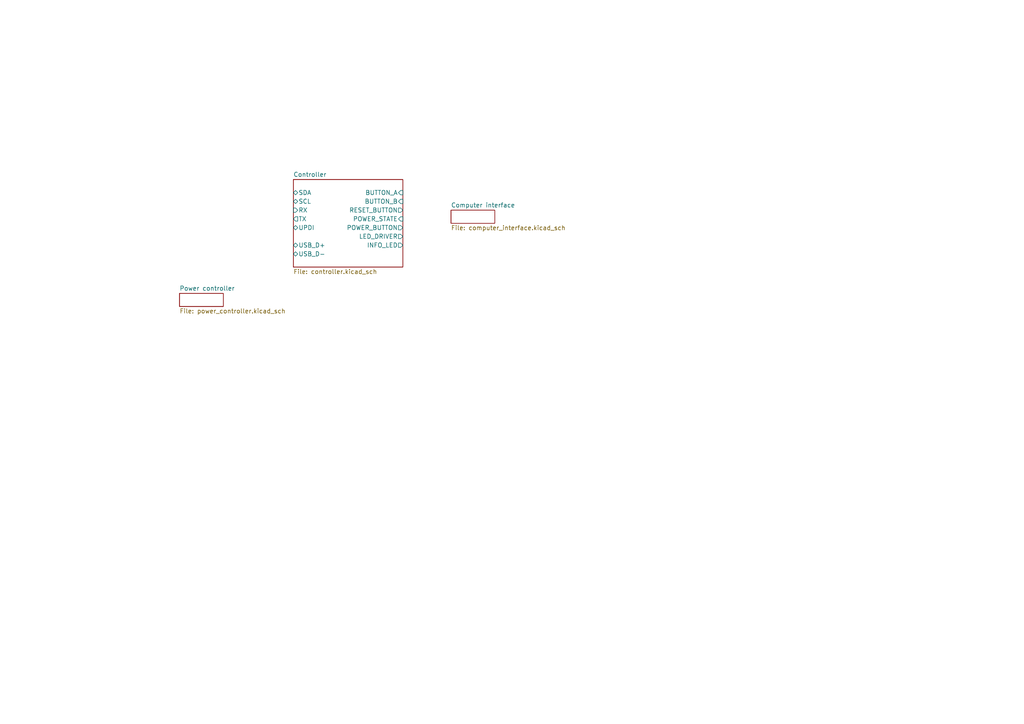
<source format=kicad_sch>
(kicad_sch
	(version 20231120)
	(generator "eeschema")
	(generator_version "8.0")
	(uuid "bb2bfe98-6e27-483c-9a1b-b3b425ec611e")
	(paper "A4")
	(lib_symbols)
	(sheet
		(at 85.09 52.07)
		(size 31.75 25.4)
		(fields_autoplaced yes)
		(stroke
			(width 0.1524)
			(type solid)
		)
		(fill
			(color 0 0 0 0.0000)
		)
		(uuid "130f64fa-73d8-4406-a141-345e7a455f04")
		(property "Sheetname" "Controller"
			(at 85.09 51.3584 0)
			(effects
				(font
					(size 1.27 1.27)
				)
				(justify left bottom)
			)
		)
		(property "Sheetfile" "controller.kicad_sch"
			(at 85.09 78.0546 0)
			(effects
				(font
					(size 1.27 1.27)
				)
				(justify left top)
			)
		)
		(pin "SDA" bidirectional
			(at 85.09 55.88 180)
			(effects
				(font
					(size 1.27 1.27)
				)
				(justify left)
			)
			(uuid "8cca0cc3-87e8-487a-a024-394571df1780")
		)
		(pin "SCL" bidirectional
			(at 85.09 58.42 180)
			(effects
				(font
					(size 1.27 1.27)
				)
				(justify left)
			)
			(uuid "691c0099-41b5-470a-892f-27c2b3b5cbd2")
		)
		(pin "RX" input
			(at 85.09 60.96 180)
			(effects
				(font
					(size 1.27 1.27)
				)
				(justify left)
			)
			(uuid "7edb4f01-1cc1-4d0e-a05d-d9fbda4137ec")
		)
		(pin "TX" output
			(at 85.09 63.5 180)
			(effects
				(font
					(size 1.27 1.27)
				)
				(justify left)
			)
			(uuid "695c2cde-7f74-40e4-988f-af8c349e24c8")
		)
		(pin "BUTTON_A" input
			(at 116.84 55.88 0)
			(effects
				(font
					(size 1.27 1.27)
				)
				(justify right)
			)
			(uuid "51574ed8-2620-4de9-a102-a87247617c88")
		)
		(pin "BUTTON_B" input
			(at 116.84 58.42 0)
			(effects
				(font
					(size 1.27 1.27)
				)
				(justify right)
			)
			(uuid "c67fc7f9-4d27-47ce-ac39-1f43211cf6cf")
		)
		(pin "RESET_BUTTON" output
			(at 116.84 60.96 0)
			(effects
				(font
					(size 1.27 1.27)
				)
				(justify right)
			)
			(uuid "f001ee9f-431a-43e3-8305-f5c97f0d7cf1")
		)
		(pin "POWER_STATE" input
			(at 116.84 63.5 0)
			(effects
				(font
					(size 1.27 1.27)
				)
				(justify right)
			)
			(uuid "dc13c644-4c0d-415b-9a7c-bbfda3b7bdd8")
		)
		(pin "POWER_BUTTON" output
			(at 116.84 66.04 0)
			(effects
				(font
					(size 1.27 1.27)
				)
				(justify right)
			)
			(uuid "e0118fa3-f1e6-44b8-b453-fbe51dde435d")
		)
		(pin "LED_DRIVER" output
			(at 116.84 68.58 0)
			(effects
				(font
					(size 1.27 1.27)
				)
				(justify right)
			)
			(uuid "3f7f72a6-b8c5-42cc-b516-0b9987b14c01")
		)
		(pin "UPDI" bidirectional
			(at 85.09 66.04 180)
			(effects
				(font
					(size 1.27 1.27)
				)
				(justify left)
			)
			(uuid "70ae1251-ff9a-4658-906c-2d35249fff36")
		)
		(pin "INFO_LED" output
			(at 116.84 71.12 0)
			(effects
				(font
					(size 1.27 1.27)
				)
				(justify right)
			)
			(uuid "dd298707-f016-424a-b825-b7a50084b706")
		)
		(pin "USB_D+" bidirectional
			(at 85.09 71.12 180)
			(effects
				(font
					(size 1.27 1.27)
				)
				(justify left)
			)
			(uuid "88aed246-9c6e-4745-8f46-739fde095c22")
		)
		(pin "USB_D-" bidirectional
			(at 85.09 73.66 180)
			(effects
				(font
					(size 1.27 1.27)
				)
				(justify left)
			)
			(uuid "5337fa0b-c908-44d8-9879-4fb48fed58f0")
		)
		(instances
			(project "cx-power-control"
				(path "/bb2bfe98-6e27-483c-9a1b-b3b425ec611e"
					(page "3")
				)
			)
		)
	)
	(sheet
		(at 52.07 85.09)
		(size 12.7 3.81)
		(fields_autoplaced yes)
		(stroke
			(width 0.1524)
			(type solid)
		)
		(fill
			(color 0 0 0 0.0000)
		)
		(uuid "63c906c6-c446-498b-82c9-a4f188d8db7a")
		(property "Sheetname" "Power controller"
			(at 52.07 84.3784 0)
			(effects
				(font
					(size 1.27 1.27)
				)
				(justify left bottom)
			)
		)
		(property "Sheetfile" "power_controller.kicad_sch"
			(at 52.07 89.4846 0)
			(effects
				(font
					(size 1.27 1.27)
				)
				(justify left top)
			)
		)
		(instances
			(project "cx-power-control"
				(path "/bb2bfe98-6e27-483c-9a1b-b3b425ec611e"
					(page "2")
				)
			)
		)
	)
	(sheet
		(at 130.81 60.96)
		(size 12.7 3.81)
		(fields_autoplaced yes)
		(stroke
			(width 0.1524)
			(type solid)
		)
		(fill
			(color 0 0 0 0.0000)
		)
		(uuid "d269ac6a-1cc7-4ed8-a753-05d6adaadd07")
		(property "Sheetname" "Computer interface"
			(at 130.81 60.2484 0)
			(effects
				(font
					(size 1.27 1.27)
				)
				(justify left bottom)
			)
		)
		(property "Sheetfile" "computer_interface.kicad_sch"
			(at 130.81 65.3546 0)
			(effects
				(font
					(size 1.27 1.27)
				)
				(justify left top)
			)
		)
		(instances
			(project "cx-power-control"
				(path "/bb2bfe98-6e27-483c-9a1b-b3b425ec611e"
					(page "4")
				)
			)
		)
	)
	(sheet_instances
		(path "/"
			(page "1")
		)
	)
)

</source>
